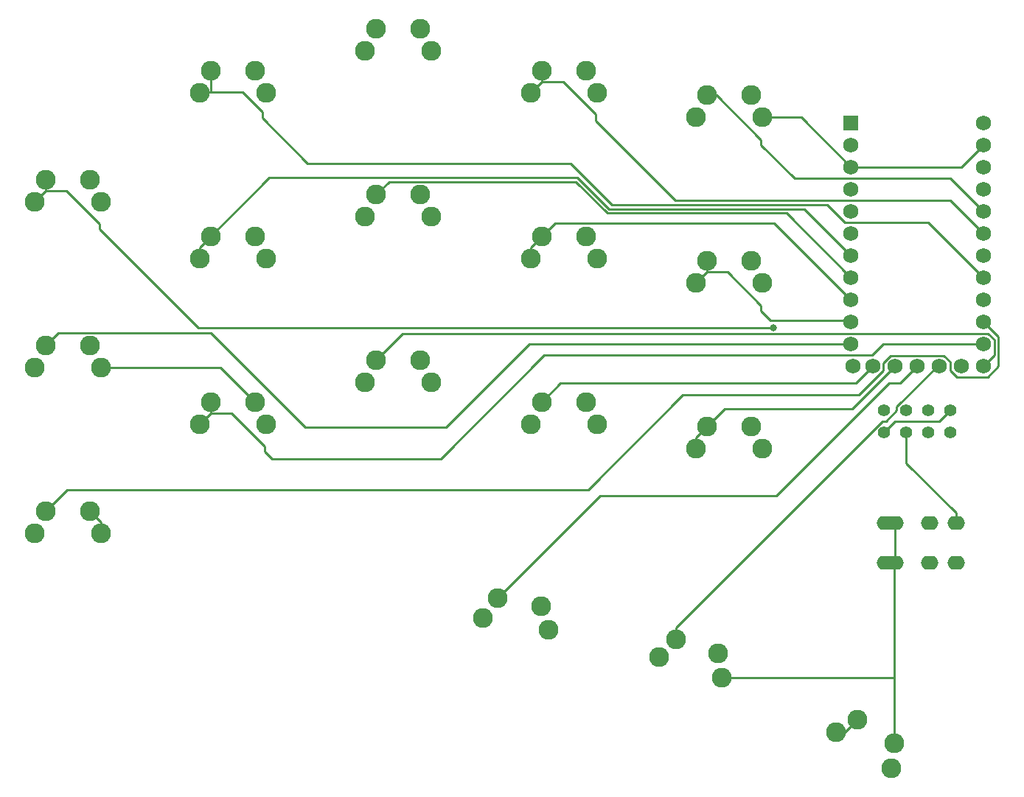
<source format=gbr>
%TF.GenerationSoftware,KiCad,Pcbnew,8.0.3*%
%TF.CreationDate,2024-07-02T22:23:14+01:00*%
%TF.ProjectId,simple_split,73696d70-6c65-45f7-9370-6c69742e6b69,v1.0.0*%
%TF.SameCoordinates,Original*%
%TF.FileFunction,Copper,L1,Top*%
%TF.FilePolarity,Positive*%
%FSLAX46Y46*%
G04 Gerber Fmt 4.6, Leading zero omitted, Abs format (unit mm)*
G04 Created by KiCad (PCBNEW 8.0.3) date 2024-07-02 22:23:14*
%MOMM*%
%LPD*%
G01*
G04 APERTURE LIST*
%TA.AperFunction,ComponentPad*%
%ADD10C,2.286000*%
%TD*%
%TA.AperFunction,ComponentPad*%
%ADD11R,1.752600X1.752600*%
%TD*%
%TA.AperFunction,ComponentPad*%
%ADD12C,1.752600*%
%TD*%
%TA.AperFunction,ComponentPad*%
%ADD13C,1.397000*%
%TD*%
%TA.AperFunction,ComponentPad*%
%ADD14O,2.000000X1.600000*%
%TD*%
%TA.AperFunction,ViaPad*%
%ADD15C,0.800000*%
%TD*%
%TA.AperFunction,Conductor*%
%ADD16C,0.250000*%
%TD*%
G04 APERTURE END LIST*
D10*
%TO.P,S3,1*%
%TO.N,Switch1*%
X80210000Y-87820500D03*
%TO.N,gnd*%
X85290000Y-87820500D03*
%TO.P,S3,2*%
%TO.N,Switch1*%
X78940000Y-90360500D03*
%TO.N,gnd*%
X86560000Y-90360500D03*
%TD*%
D11*
%TO.P,U2,1,TX0/PD3*%
%TO.N,led*%
X172720000Y-81280000D03*
D12*
%TO.P,U2,2,RX1/PD2*%
%TO.N,data*%
X172720000Y-83820000D03*
%TO.P,U2,3,GND*%
%TO.N,gnd*%
X172720000Y-86360000D03*
%TO.P,U2,4,GND*%
X172720000Y-88900000D03*
%TO.P,U2,5,2/PD1*%
%TO.N,sda*%
X172720000Y-91440000D03*
%TO.P,U2,6,3/PD0*%
%TO.N,scl*%
X172720000Y-93980000D03*
%TO.P,U2,7,4/PD4*%
%TO.N,Switch7*%
X172720000Y-96520000D03*
%TO.P,U2,8,5/PC6*%
%TO.N,Switch8*%
X172720000Y-99060000D03*
%TO.P,U2,9,6/PD7*%
%TO.N,Switch9*%
X172720000Y-101600000D03*
%TO.P,U2,10,7/PE6*%
%TO.N,Switch10*%
X172720000Y-104140000D03*
%TO.P,U2,11,8/PB4*%
%TO.N,Switch6*%
X172720000Y-106680000D03*
%TO.P,U2,12,9/PB5*%
%TO.N,Switch1*%
X172948600Y-109220000D03*
%TO.P,U2,13,10/PB6*%
%TO.N,Switch13*%
X187960000Y-109220000D03*
%TO.P,U2,14,16/PB2*%
%TO.N,Switch12*%
X187960000Y-106680000D03*
%TO.P,U2,15,14/PB3*%
%TO.N,Switch11*%
X187960000Y-104140000D03*
%TO.P,U2,16,15/PB1*%
%TO.N,unconnected-(U2-Pad16)*%
X187960000Y-101600000D03*
%TO.P,U2,17,A0/PF7*%
%TO.N,Switch2*%
X187960000Y-99060000D03*
%TO.P,U2,18,A1/PF6*%
%TO.N,Switch3*%
X187960000Y-96520000D03*
%TO.P,U2,19,A2/PF5*%
%TO.N,Switch4*%
X187960000Y-93980000D03*
%TO.P,U2,20,A3/PF4*%
%TO.N,Switch5*%
X187960000Y-91440000D03*
%TO.P,U2,21,VCC*%
%TO.N,vcc*%
X187960000Y-88900000D03*
%TO.P,U2,22,RST*%
%TO.N,reset*%
X187960000Y-86360000D03*
%TO.P,U2,23,GND*%
%TO.N,gnd*%
X187960000Y-83820000D03*
%TO.P,U2,24,B0*%
%TO.N,raw*%
X187960000Y-81280000D03*
%TO.P,U2,25,B7*%
%TO.N,Switch14*%
X175260000Y-109220000D03*
%TO.P,U2,26,D5*%
%TO.N,Switch15*%
X177800000Y-109220000D03*
%TO.P,U2,27,C7*%
%TO.N,Switch18*%
X180340000Y-109220000D03*
%TO.P,U2,28,F1*%
%TO.N,Switch17*%
X182880000Y-109220000D03*
%TO.P,U2,29,F0*%
%TO.N,Switch16*%
X185420000Y-109220000D03*
%TD*%
D10*
%TO.P,S4,1*%
%TO.N,Switch12*%
X99210000Y-113347500D03*
%TO.N,gnd*%
X104290000Y-113347500D03*
%TO.P,S4,2*%
%TO.N,Switch12*%
X97940000Y-115887500D03*
%TO.N,gnd*%
X105560000Y-115887500D03*
%TD*%
%TO.P,S13,1*%
%TO.N,Switch15*%
X156210000Y-116205000D03*
%TO.N,gnd*%
X161290000Y-116205000D03*
%TO.P,S13,2*%
%TO.N,Switch15*%
X154940000Y-118745000D03*
%TO.N,gnd*%
X162560000Y-118745000D03*
%TD*%
%TO.P,S8,1*%
%TO.N,Switch8*%
X118210000Y-89535000D03*
%TO.N,gnd*%
X123290000Y-89535000D03*
%TO.P,S8,2*%
%TO.N,Switch8*%
X116940000Y-92075000D03*
%TO.N,gnd*%
X124560000Y-92075000D03*
%TD*%
D13*
%TO.P,OL1,1,SDA*%
%TO.N,sda*%
X176530000Y-114300000D03*
%TO.P,OL1,2,SCL*%
%TO.N,scl*%
X179070000Y-114300000D03*
%TO.P,OL1,3,VCC*%
%TO.N,vcc*%
X181610000Y-114300000D03*
%TO.P,OL1,4,GND*%
%TO.N,gnd*%
X184150000Y-114300000D03*
%TD*%
D10*
%TO.P,S9,1*%
%TO.N,Switch3*%
X118210000Y-70485000D03*
%TO.N,gnd*%
X123290000Y-70485000D03*
%TO.P,S9,2*%
%TO.N,Switch3*%
X116940000Y-73025000D03*
%TO.N,gnd*%
X124560000Y-73025000D03*
%TD*%
D14*
%TO.P,J2,1,SLEEVE*%
%TO.N,gnd*%
X176692500Y-127240000D03*
%TO.P,J2,2,TIP*%
X177792500Y-131840000D03*
%TO.P,J2,3,RING1*%
%TO.N,data*%
X181792500Y-131840000D03*
%TO.P,J2,4,RING2*%
%TO.N,vcc*%
X184792500Y-131840000D03*
%TD*%
D10*
%TO.P,S18,1*%
%TO.N,Switch16*%
X173422543Y-149844170D03*
%TO.N,gnd*%
X177682990Y-152610937D03*
%TO.P,S18,2*%
%TO.N,Switch16*%
X170974048Y-151282702D03*
%TO.N,gnd*%
X177364718Y-155432851D03*
%TD*%
%TO.P,S12,1*%
%TO.N,Switch4*%
X137210000Y-75247500D03*
%TO.N,gnd*%
X142290000Y-75247500D03*
%TO.P,S12,2*%
%TO.N,Switch4*%
X135940000Y-77787500D03*
%TO.N,gnd*%
X143560000Y-77787500D03*
%TD*%
%TO.P,S2,1*%
%TO.N,Switch6*%
X80210000Y-106870500D03*
%TO.N,gnd*%
X85290000Y-106870500D03*
%TO.P,S2,2*%
%TO.N,Switch6*%
X78940000Y-109410500D03*
%TO.N,gnd*%
X86560000Y-109410500D03*
%TD*%
%TO.P,S7,1*%
%TO.N,Switch13*%
X118210000Y-108585000D03*
%TO.N,gnd*%
X123290000Y-108585000D03*
%TO.P,S7,2*%
%TO.N,Switch13*%
X116940000Y-111125000D03*
%TO.N,gnd*%
X124560000Y-111125000D03*
%TD*%
%TO.P,S15,1*%
%TO.N,Switch5*%
X156210000Y-78105000D03*
%TO.N,gnd*%
X161290000Y-78105000D03*
%TO.P,S15,2*%
%TO.N,Switch5*%
X154940000Y-80645000D03*
%TO.N,gnd*%
X162560000Y-80645000D03*
%TD*%
%TO.P,S16,1*%
%TO.N,Switch18*%
X132146721Y-135923710D03*
%TO.N,gnd*%
X137149544Y-136805843D03*
%TO.P,S16,2*%
%TO.N,Switch18*%
X130454949Y-138204589D03*
%TO.N,gnd*%
X137959184Y-139527788D03*
%TD*%
%TO.P,S14,1*%
%TO.N,Switch10*%
X156210000Y-97155000D03*
%TO.N,gnd*%
X161290000Y-97155000D03*
%TO.P,S14,2*%
%TO.N,Switch10*%
X154940000Y-99695000D03*
%TO.N,gnd*%
X162560000Y-99695000D03*
%TD*%
%TO.P,S5,1*%
%TO.N,Switch7*%
X99210000Y-94297500D03*
%TO.N,gnd*%
X104290000Y-94297500D03*
%TO.P,S5,2*%
%TO.N,Switch7*%
X97940000Y-96837500D03*
%TO.N,gnd*%
X105560000Y-96837500D03*
%TD*%
%TO.P,S6,1*%
%TO.N,Switch2*%
X99210000Y-75247500D03*
%TO.N,gnd*%
X104290000Y-75247500D03*
%TO.P,S6,2*%
%TO.N,Switch2*%
X97940000Y-77787500D03*
%TO.N,gnd*%
X105560000Y-77787500D03*
%TD*%
%TO.P,S1,1*%
%TO.N,Switch11*%
X80210000Y-125920500D03*
%TO.N,gnd*%
X85290000Y-125920500D03*
%TO.P,S1,2*%
%TO.N,Switch11*%
X78940000Y-128460500D03*
%TO.N,gnd*%
X86560000Y-128460500D03*
%TD*%
%TO.P,S17,1*%
%TO.N,Switch17*%
X152648623Y-140670230D03*
%TO.N,gnd*%
X157479990Y-142240036D03*
%TO.P,S17,2*%
%TO.N,Switch17*%
X150655878Y-142693462D03*
%TO.N,gnd*%
X157902928Y-145048171D03*
%TD*%
%TO.P,S11,1*%
%TO.N,Switch9*%
X137210000Y-94297500D03*
%TO.N,gnd*%
X142290000Y-94297500D03*
%TO.P,S11,2*%
%TO.N,Switch9*%
X135940000Y-96837500D03*
%TO.N,gnd*%
X143560000Y-96837500D03*
%TD*%
%TO.P,S10,1*%
%TO.N,Switch14*%
X137210000Y-113347500D03*
%TO.N,gnd*%
X142290000Y-113347500D03*
%TO.P,S10,2*%
%TO.N,Switch14*%
X135940000Y-115887500D03*
%TO.N,gnd*%
X143560000Y-115887500D03*
%TD*%
D13*
%TO.P,OL2,1,SDA*%
%TO.N,sda*%
X184150000Y-116840000D03*
%TO.P,OL2,2,SCL*%
%TO.N,scl*%
X181610000Y-116840000D03*
%TO.P,OL2,3,VCC*%
%TO.N,vcc*%
X179070000Y-116840000D03*
%TO.P,OL2,4,GND*%
%TO.N,gnd*%
X176530000Y-116840000D03*
%TD*%
D14*
%TO.P,J1,1,SLEEVE*%
%TO.N,gnd*%
X176692500Y-131840000D03*
%TO.P,J1,2,TIP*%
X177792500Y-127240000D03*
%TO.P,J1,3,RING1*%
%TO.N,data*%
X181792500Y-127240000D03*
%TO.P,J1,4,RING2*%
%TO.N,vcc*%
X184792500Y-127240000D03*
%TD*%
D15*
%TO.N,Switch1*%
X163818400Y-104787300D03*
%TD*%
D16*
%TO.N,gnd*%
X177792500Y-127240000D02*
X176692500Y-127240000D01*
X182880000Y-115570000D02*
X184150000Y-114300000D01*
X177683000Y-131840000D02*
X177683000Y-145048200D01*
X177683000Y-131840000D02*
X176692500Y-131840000D01*
X176530000Y-116840000D02*
X177800000Y-115570000D01*
X86560000Y-109410500D02*
X100353000Y-109410500D01*
X185420000Y-86360000D02*
X172720000Y-86360000D01*
X85290000Y-125920500D02*
X86560000Y-127190500D01*
X177800000Y-115570000D02*
X182880000Y-115570000D01*
X167005000Y-80645000D02*
X162560000Y-80645000D01*
X177792500Y-131840000D02*
X177792500Y-130713300D01*
X177792500Y-127240000D02*
X177792500Y-130713300D01*
X177683000Y-145048200D02*
X177683000Y-152610900D01*
X172720000Y-86360000D02*
X167005000Y-80645000D01*
X100353000Y-109410500D02*
X104290000Y-113347500D01*
X177683000Y-145048200D02*
X157902900Y-145048200D01*
X177792500Y-131840000D02*
X177683000Y-131840000D01*
X86560000Y-127190500D02*
X86560000Y-128460500D01*
X187960000Y-83820000D02*
X185420000Y-86360000D01*
%TO.N,vcc*%
X184792500Y-126113300D02*
X179070000Y-120390800D01*
X179070000Y-120390800D02*
X179070000Y-116840000D01*
X184792500Y-127240000D02*
X184792500Y-126113300D01*
%TO.N,Switch18*%
X178361700Y-111198300D02*
X180340000Y-109220000D01*
X177096000Y-111198300D02*
X178361700Y-111198300D01*
X164181000Y-124113300D02*
X177096000Y-111198300D01*
X143957100Y-124113300D02*
X164181000Y-124113300D01*
X132146700Y-135923700D02*
X143957100Y-124113300D01*
%TO.N,Switch1*%
X80210000Y-87820500D02*
X80210000Y-89090500D01*
X86402400Y-93495200D02*
X86402400Y-92908400D01*
X82584500Y-89090500D02*
X80210000Y-89090500D01*
X163744000Y-104861700D02*
X97768900Y-104861700D01*
X97768900Y-104861700D02*
X86402400Y-93495200D01*
X163818400Y-104787300D02*
X163744000Y-104861700D01*
X86402400Y-92908400D02*
X82584500Y-89090500D01*
X80210000Y-89090500D02*
X78940000Y-90360500D01*
%TO.N,Switch2*%
X169992300Y-90664900D02*
X172038900Y-92711500D01*
X140508300Y-85902900D02*
X145270300Y-90664900D01*
X105098300Y-80022100D02*
X105098300Y-80671400D01*
X181611500Y-92711500D02*
X187960000Y-99060000D01*
X105098300Y-80671400D02*
X110329800Y-85902900D01*
X97990700Y-77736800D02*
X99210000Y-77736800D01*
X99210000Y-77736800D02*
X102813000Y-77736800D01*
X145270300Y-90664900D02*
X169992300Y-90664900D01*
X102813000Y-77736800D02*
X105098300Y-80022100D01*
X97940000Y-77787500D02*
X97990700Y-77736800D01*
X99210000Y-77736800D02*
X99210000Y-75247500D01*
X172038900Y-92711500D02*
X181611500Y-92711500D01*
X110329800Y-85902900D02*
X140508300Y-85902900D01*
%TO.N,Switch4*%
X152575700Y-90171500D02*
X184151500Y-90171500D01*
X139668300Y-76517500D02*
X143402400Y-80251600D01*
X184151500Y-90171500D02*
X187960000Y-93980000D01*
X143402400Y-80998200D02*
X152575700Y-90171500D01*
X137210000Y-76517500D02*
X139668300Y-76517500D01*
X137210000Y-76517500D02*
X135940000Y-77787500D01*
X137210000Y-75247500D02*
X137210000Y-76517500D01*
X143402400Y-80251600D02*
X143402400Y-80998200D01*
%TO.N,Switch5*%
X166239700Y-87630000D02*
X162402400Y-83792700D01*
X187960000Y-91440000D02*
X184150000Y-87630000D01*
X184150000Y-87630000D02*
X166239700Y-87630000D01*
X162402400Y-83194600D02*
X157312800Y-78105000D01*
X162402400Y-83792700D02*
X162402400Y-83194600D01*
X157312800Y-78105000D02*
X156210000Y-78105000D01*
%TO.N,Switch6*%
X135750900Y-106680000D02*
X126195000Y-116235900D01*
X126195000Y-116235900D02*
X110065900Y-116235900D01*
X81694100Y-105386400D02*
X80210000Y-106870500D01*
X172720000Y-106680000D02*
X135750900Y-106680000D01*
X110065900Y-116235900D02*
X99216400Y-105386400D01*
X99216400Y-105386400D02*
X81694100Y-105386400D01*
%TO.N,Switch7*%
X144924000Y-91182300D02*
X141326100Y-87584400D01*
X172720000Y-96520000D02*
X167382300Y-91182300D01*
X97940000Y-95567500D02*
X97940000Y-96837500D01*
X141326100Y-87584400D02*
X105923100Y-87584400D01*
X105923100Y-87584400D02*
X99210000Y-94297500D01*
X99210000Y-94297500D02*
X97940000Y-95567500D01*
X167382300Y-91182300D02*
X144924000Y-91182300D01*
%TO.N,Switch8*%
X118210000Y-89535000D02*
X119694100Y-88050900D01*
X144736900Y-91634100D02*
X165294100Y-91634100D01*
X119694100Y-88050900D02*
X141153700Y-88050900D01*
X165294100Y-91634100D02*
X172720000Y-99060000D01*
X141153700Y-88050900D02*
X144736900Y-91634100D01*
%TO.N,Switch9*%
X172720000Y-101600000D02*
X163912800Y-92792800D01*
X135940000Y-95567500D02*
X135940000Y-96837500D01*
X138714700Y-92792800D02*
X137210000Y-94297500D01*
X163912800Y-92792800D02*
X138714700Y-92792800D01*
X137210000Y-94297500D02*
X135940000Y-95567500D01*
%TO.N,Switch10*%
X162402400Y-102853400D02*
X162402400Y-102245900D01*
X162402400Y-102245900D02*
X158581500Y-98425000D01*
X172720000Y-104140000D02*
X172545400Y-103965400D01*
X156210000Y-97155000D02*
X156210000Y-98425000D01*
X156210000Y-98425000D02*
X154940000Y-99695000D01*
X163514400Y-103965400D02*
X162402400Y-102853400D01*
X158581500Y-98425000D02*
X156210000Y-98425000D01*
X172545400Y-103965400D02*
X163514400Y-103965400D01*
%TO.N,Switch11*%
X184150000Y-108756700D02*
X183394800Y-108001500D01*
X187960000Y-104140000D02*
X189669400Y-105849400D01*
X176463000Y-109738400D02*
X173631400Y-112570000D01*
X82709400Y-123421100D02*
X80210000Y-125920500D01*
X173631400Y-112570000D02*
X153424000Y-112570000D01*
X188432600Y-110471500D02*
X184915600Y-110471500D01*
X184915600Y-110471500D02*
X184150000Y-109705900D01*
X184150000Y-109705900D02*
X184150000Y-108756700D01*
X176463000Y-108849300D02*
X176463000Y-109738400D01*
X183394800Y-108001500D02*
X177310800Y-108001500D01*
X142572900Y-123421100D02*
X82709400Y-123421100D01*
X177310800Y-108001500D02*
X176463000Y-108849300D01*
X189669400Y-105849400D02*
X189669400Y-109234700D01*
X189669400Y-109234700D02*
X188432600Y-110471500D01*
X153424000Y-112570000D02*
X142572900Y-123421100D01*
%TO.N,Switch12*%
X176432600Y-106680000D02*
X175162600Y-107950000D01*
X99210000Y-114617500D02*
X97940000Y-115887500D01*
X125598400Y-119866600D02*
X106197300Y-119866600D01*
X137515000Y-107950000D02*
X125598400Y-119866600D01*
X187960000Y-106680000D02*
X176432600Y-106680000D01*
X101578300Y-114617500D02*
X99210000Y-114617500D01*
X105402400Y-118441600D02*
X101578300Y-114617500D01*
X99210000Y-113347500D02*
X99210000Y-114617500D01*
X175162600Y-107950000D02*
X137515000Y-107950000D01*
X105402400Y-119071700D02*
X105402400Y-118441600D01*
X106197300Y-119866600D02*
X105402400Y-119071700D01*
%TO.N,Switch13*%
X165056100Y-105465200D02*
X188450400Y-105465200D01*
X189192500Y-106207300D02*
X189192500Y-107987500D01*
X164989000Y-105532300D02*
X165056100Y-105465200D01*
X118210000Y-108585000D02*
X121262700Y-105532300D01*
X189192500Y-107987500D02*
X187960000Y-109220000D01*
X188450400Y-105465200D02*
X189192500Y-106207300D01*
X121262700Y-105532300D02*
X164989000Y-105532300D01*
%TO.N,Switch14*%
X139352400Y-111205100D02*
X137210000Y-113347500D01*
X175260000Y-109220000D02*
X173274900Y-111205100D01*
X173274900Y-111205100D02*
X139352400Y-111205100D01*
%TO.N,Switch15*%
X156210000Y-116205000D02*
X154940000Y-117475000D01*
X177800000Y-109220000D02*
X172842400Y-114177600D01*
X158237400Y-114177600D02*
X156210000Y-116205000D01*
X172842400Y-114177600D02*
X158237400Y-114177600D01*
X154940000Y-117475000D02*
X154940000Y-118745000D01*
%TO.N,Switch16*%
X170974000Y-151282700D02*
X171984000Y-151282700D01*
X171984000Y-151282700D02*
X173422500Y-149844200D01*
%TO.N,Switch17*%
X176724000Y-115570000D02*
X177982900Y-114311100D01*
X177982900Y-114311100D02*
X177982900Y-113923100D01*
X177982900Y-113923100D02*
X182686000Y-109220000D01*
X176346900Y-115570000D02*
X176724000Y-115570000D01*
X182686000Y-109220000D02*
X182880000Y-109220000D01*
X152648600Y-139268300D02*
X176346900Y-115570000D01*
X152648600Y-140670200D02*
X152648600Y-139268300D01*
%TD*%
M02*

</source>
